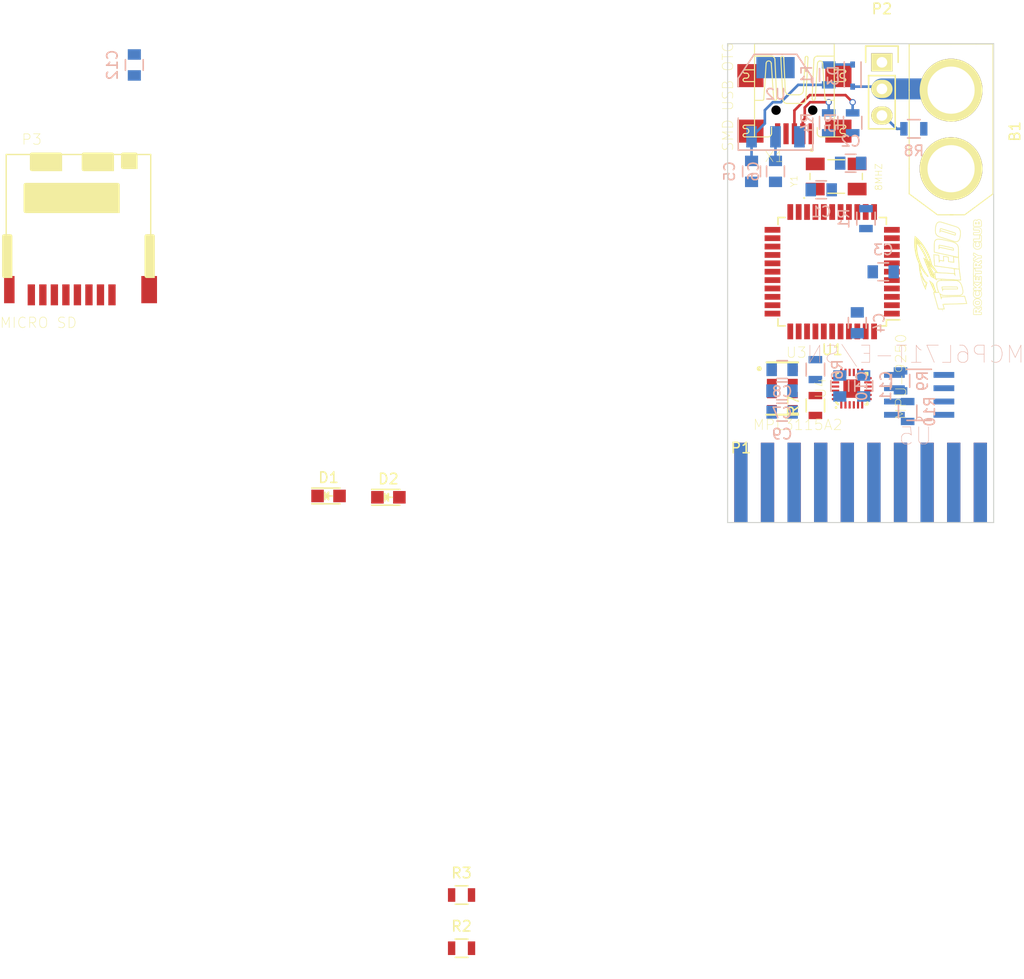
<source format=kicad_pcb>
(kicad_pcb (version 4) (host pcbnew 4.0.4+e1-6308~48~ubuntu16.04.1-stable)
  (layers (0 F.Cu signal) (31 B.Cu signal) (34 B.Paste user) (35 F.Paste user) (36 B.SilkS user) (37 F.SilkS user) (38 B.Mask user) (39 F.Mask user) (44 Edge.Cuts user))
  (net 0 "")
  (net 1 GND)
  (net 2 VCC)
  (net 3 "Net-(C1-Pad1)")
  (net 4 "Net-(C2-Pad1)")
  (net 5 "Net-(C3-Pad1)")
  (net 6 "Net-(C4-Pad1)")
  (net 7 VDD)
  (net 8 "Net-(C7-Pad1)")
  (net 9 "Net-(C11-Pad1)")
  (net 10 VCC_V_LED)
  (net 11 MCU_LED)
  (net 12 E1)
  (net 13 E2)
  (net 14 E3)
  (net 15 E4)
  (net 16 E5)
  (net 17 E6)
  (net 18 E7)
  (net 19 TX)
  (net 20 E9)
  (net 21 E10)
  (net 22 SCL)
  (net 23 SDA)
  (net 24 E8)
  (net 25 RX)
  (net 26 MOSI)
  (net 27 SCK)
  (net 28 RST)
  (net 29 MISO)
  (net 30 SERVO_PWM)
  (net 31 SERVO_S_V)
  (net 32 "Net-(P3-Pad8)")
  (net 33 SD_CS)
  (net 34 "Net-(P3-Pad1)")
  (net 35 VCC_V)
  (net 36 "Net-(R4-Pad1)")
  (net 37 USB_D-)
  (net 38 "Net-(R5-Pad1)")
  (net 39 USB_D+)
  (net 40 "Net-(R10-Pad2)")
  (net 41 SERVO_S_V_A)
  (net 42 "Net-(U1-Pad1)")
  (net 43 "Net-(U1-Pad12)")
  (net 44 "Net-(U1-Pad22)")
  (net 45 "Net-(U1-Pad25)")
  (net 46 "Net-(U1-Pad26)")
  (net 47 "Net-(U1-Pad27)")
  (net 48 "Net-(U1-Pad31)")
  (net 49 "Net-(U1-Pad32)")
  (net 50 "Net-(U3-Pad5)")
  (net 51 "Net-(U3-Pad6)")
  (net 52 "Net-(U4-Pad1)")
  (net 53 "Net-(U4-Pad7)")
  (net 54 "Net-(U4-Pad11)")
  (net 55 "Net-(U4-Pad12)")
  (net 56 "Net-(U4-Pad19)")
  (net 57 "Net-(U4-Pad20)")
  (net 58 "Net-(U4-Pad21)")
  (net 59 "Net-(U4-Pad25)")
  (net 60 "Net-(U5-Pad1)")
  (net 61 "Net-(U5-Pad5)")
  (net 62 "Net-(U5-Pad8)")
  (net 63 "Net-(X1-PadM1)")
  (net 64 "Net-(X1-Pad4)")
  (net 65 "Net-(C5-Pad1)")
  (net 66 VCC_USB)
  (module Resistors_SMD:R_0805 (layer B.Cu) (at 164.592 51.242 270)
    (fp_text reference F1 (at 0 2.1 270) (layer B.SilkS) (effects (justify mirror)))
    (fp_text value FUSE)
    (pad 1 smd rect (at -0.95 0 270) (size 0.7 1.3) (layers B.Cu B.Paste B.Mask) (net 66 VCC_USB))
    (pad 2 smd rect (at 0.95 0 270) (size 0.7 1.3) (layers B.Cu B.Paste B.Mask) (net 65 "Net-(C5-Pad1)"))
  )
  (module "UT ROCKETRY MOD:XT60" (layer F.Cu) (at 176.276 60.198 90)
    (fp_text reference B1 (at 3.556 6.096 90) (layer F.SilkS))
    (fp_text value CONN_01X02)
    (pad 2 thru_hole circle (at 0 0 90) (size 6 6) (drill 4.5) (layers *.Cu *.Mask F.SilkS) (net 1 GND))
    (pad 1 thru_hole circle (at 7.5 0 90) (size 6 6) (drill 4.5) (layers *.Cu *.Mask F.SilkS) (net 2 VCC))
  )
  (module Capacitors_SMD:C_0805 (layer B.Cu) (at 163.877859 62.210745)
    (fp_text reference C1 (at 0 2.1) (layer B.SilkS) (effects (justify mirror)))
    (fp_text value 33pF)
    (pad 1 smd rect (at -1 0) (size 1 1.25) (layers B.Cu B.Paste B.Mask) (net 3 "Net-(C1-Pad1)"))
    (pad 2 smd rect (at 1 0) (size 1 1.25) (layers B.Cu B.Paste B.Mask) (net 1 GND))
  )
  (module Capacitors_SMD:C_0805 (layer B.Cu) (at 166.687859 59.670745 180)
    (fp_text reference C2 (at 0 2.1 180) (layer B.SilkS) (effects (justify mirror)))
    (fp_text value 33pF)
    (pad 1 smd rect (at -1 0 180) (size 1 1.25) (layers B.Cu B.Paste B.Mask) (net 4 "Net-(C2-Pad1)"))
    (pad 2 smd rect (at 1 0 180) (size 1 1.25) (layers B.Cu B.Paste B.Mask) (net 1 GND))
  )
  (module Capacitors_SMD:C_0805 (layer B.Cu) (at 169.799 70.0405 180)
    (fp_text reference C3 (at 0 2.1 180) (layer B.SilkS) (effects (justify mirror)))
    (fp_text value 1uF)
    (pad 1 smd rect (at -1 0 180) (size 1 1.25) (layers B.Cu B.Paste B.Mask) (net 5 "Net-(C3-Pad1)"))
    (pad 2 smd rect (at 1 0 180) (size 1 1.25) (layers B.Cu B.Paste B.Mask) (net 1 GND))
  )
  (module Capacitors_SMD:C_0805 (layer B.Cu) (at 167.3225 74.914 90)
    (fp_text reference C4 (at 0 2.1 90) (layer B.SilkS) (effects (justify mirror)))
    (fp_text value .1uF)
    (pad 1 smd rect (at -1 0 90) (size 1 1.25) (layers B.Cu B.Paste B.Mask) (net 6 "Net-(C4-Pad1)"))
    (pad 2 smd rect (at 1 0 90) (size 1 1.25) (layers B.Cu B.Paste B.Mask) (net 1 GND))
  )
  (module Capacitors_SMD:C_0805 (layer B.Cu) (at 157.226 60.452 270)
    (fp_text reference C5 (at 0 2.1 270) (layer B.SilkS) (effects (justify mirror)))
    (fp_text value 10uF)
    (pad 1 smd rect (at -1 0 270) (size 1 1.25) (layers B.Cu B.Paste B.Mask) (net 65 "Net-(C5-Pad1)"))
    (pad 2 smd rect (at 1 0 270) (size 1 1.25) (layers B.Cu B.Paste B.Mask) (net 1 GND))
  )
  (module Capacitors_SMD:C_0805 (layer B.Cu) (at 159.512 60.452 270)
    (fp_text reference C6 (at 0 2.1 270) (layer B.SilkS) (effects (justify mirror)))
    (fp_text value 22uF)
    (pad 1 smd rect (at -1 0 270) (size 1 1.25) (layers B.Cu B.Paste B.Mask) (net 7 VDD))
    (pad 2 smd rect (at 1 0 270) (size 1 1.25) (layers B.Cu B.Paste B.Mask) (net 1 GND))
  )
  (module Capacitors_SMD:C_0805 (layer B.Cu) (at 160.131 81.407)
    (fp_text reference C7 (at 0 2.1) (layer B.SilkS) (effects (justify mirror)))
    (fp_text value .1uF)
    (pad 1 smd rect (at -1 0) (size 1 1.25) (layers B.Cu B.Paste B.Mask) (net 8 "Net-(C7-Pad1)"))
    (pad 2 smd rect (at 1 0) (size 1 1.25) (layers B.Cu B.Paste B.Mask) (net 1 GND))
  )
  (module Capacitors_SMD:C_0805 (layer B.Cu) (at 160.147 79.375)
    (fp_text reference C8 (at 0 2.1) (layer B.SilkS) (effects (justify mirror)))
    (fp_text value .1uF)
    (pad 1 smd rect (at -1 0) (size 1 1.25) (layers B.Cu B.Paste B.Mask) (net 7 VDD))
    (pad 2 smd rect (at 1 0) (size 1 1.25) (layers B.Cu B.Paste B.Mask) (net 1 GND))
  )
  (module Capacitors_SMD:C_0805 (layer B.Cu) (at 160.147 83.439)
    (fp_text reference C9 (at 0 2.1) (layer B.SilkS) (effects (justify mirror)))
    (fp_text value 10uF)
    (pad 1 smd rect (at -1 0) (size 1 1.25) (layers B.Cu B.Paste B.Mask) (net 7 VDD))
    (pad 2 smd rect (at 1 0) (size 1 1.25) (layers B.Cu B.Paste B.Mask) (net 1 GND))
  )
  (module Capacitors_SMD:C_0805 (layer B.Cu) (at 165.649773 80.940911 90)
    (fp_text reference C10 (at 0 2.1 90) (layer B.SilkS) (effects (justify mirror)))
    (fp_text value .1uF)
    (pad 1 smd rect (at -1 0 90) (size 1 1.25) (layers B.Cu B.Paste B.Mask) (net 7 VDD))
    (pad 2 smd rect (at 1 0 90) (size 1 1.25) (layers B.Cu B.Paste B.Mask) (net 1 GND))
  )
  (module Capacitors_SMD:C_0805 (layer B.Cu) (at 167.935773 80.940911 90)
    (fp_text reference C11 (at 0 2.1 90) (layer B.SilkS) (effects (justify mirror)))
    (fp_text value .1uF)
    (pad 1 smd rect (at -1 0 90) (size 1 1.25) (layers B.Cu B.Paste B.Mask) (net 9 "Net-(C11-Pad1)"))
    (pad 2 smd rect (at 1 0 90) (size 1 1.25) (layers B.Cu B.Paste B.Mask) (net 1 GND))
  )
  (module Capacitors_SMD:C_0805 (layer B.Cu) (at 98.298 50.292 270)
    (fp_text reference C12 (at 0 2.1 270) (layer B.SilkS) (effects (justify mirror)))
    (fp_text value .1uF)
    (pad 1 smd rect (at -1 0 270) (size 1 1.25) (layers B.Cu B.Paste B.Mask) (net 7 VDD))
    (pad 2 smd rect (at 1 0 270) (size 1 1.25) (layers B.Cu B.Paste B.Mask) (net 1 GND))
  )
  (module LEDs:LED_0805 (layer F.Cu) (at 116.84 91.44)
    (fp_text reference D1 (at 0 -1.75) (layer F.SilkS))
    (fp_text value LED_BLUE)
    (pad 2 smd rect (at 1.04902 0 180) (size 1.19888 1.19888) (layers F.Cu F.Paste F.Mask) (net 1 GND))
    (pad 1 smd rect (at -1.04902 0 180) (size 1.19888 1.19888) (layers F.Cu F.Paste F.Mask) (net 10 VCC_V_LED))
  )
  (module LEDs:LED_0805 (layer F.Cu) (at 122.555 91.567)
    (fp_text reference D2 (at 0 -1.75) (layer F.SilkS))
    (fp_text value LED_BLUE)
    (pad 2 smd rect (at 1.04902 0 180) (size 1.19888 1.19888) (layers F.Cu F.Paste F.Mask) (net 1 GND))
    (pad 1 smd rect (at -1.04902 0 180) (size 1.19888 1.19888) (layers F.Cu F.Paste F.Mask) (net 11 MCU_LED))
  )
  (module "UT ROCKETRY MOD:Card Edge 2x10" (layer F.Cu) (at 156.21 86.36)
    (fp_text reference P1 (at 0 0.5) (layer F.SilkS))
    (fp_text value CONN_02X10)
    (pad 11 connect rect (at 0 3.81) (size 1.27 7.62) (layers B.Cu B.Mask) (net 12 E1))
    (pad 12 connect rect (at 2.54 3.81) (size 1.27 7.62) (layers B.Cu B.Mask) (net 13 E2))
    (pad 13 connect rect (at 5.08 3.81) (size 1.27 7.62) (layers B.Cu B.Mask) (net 14 E3))
    (pad 14 connect rect (at 7.62 3.81) (size 1.27 7.62) (layers B.Cu B.Mask) (net 15 E4))
    (pad 15 connect rect (at 10.16 3.81) (size 1.27 7.62) (layers B.Cu B.Mask) (net 16 E5))
    (pad 16 connect rect (at 12.7 3.81) (size 1.27 7.62) (layers B.Cu B.Mask) (net 17 E6))
    (pad 17 connect rect (at 15.24 3.81) (size 1.27 7.62) (layers B.Cu B.Mask) (net 18 E7))
    (pad 8 connect rect (at 17.78 3.81) (size 1.27 7.62) (layers F.Cu F.Mask) (net 19 TX))
    (pad 19 connect rect (at 20.32 3.81) (size 1.27 7.62) (layers B.Cu B.Mask) (net 20 E9))
    (pad 20 connect rect (at 22.86 3.81) (size 1.27 7.62) (layers *.Mask B.Cu) (net 21 E10))
    (pad 10 connect rect (at 22.86 3.81) (size 1.27 7.62) (layers F.Cu F.Mask) (net 22 SCL))
    (pad 9 connect rect (at 20.32 3.81) (size 1.27 7.62) (layers F.Cu F.Mask) (net 23 SDA))
    (pad 18 connect rect (at 17.78 3.81) (size 1.27 7.62) (layers B.Cu B.Mask) (net 24 E8))
    (pad 7 connect rect (at 15.24 3.81) (size 1.27 7.62) (layers F.Cu F.Mask) (net 25 RX))
    (pad 6 connect rect (at 12.7 3.81) (size 1.27 7.62) (layers F.Cu F.Mask) (net 26 MOSI))
    (pad 5 connect rect (at 10.16 3.81) (size 1.27 7.62) (layers F.Cu F.Mask) (net 27 SCK))
    (pad 4 connect rect (at 7.62 3.81) (size 1.27 7.62) (layers F.Cu F.Mask) (net 28 RST))
    (pad 3 connect rect (at 5.08 3.81) (size 1.27 7.62) (layers F.Cu F.Mask) (net 29 MISO))
    (pad 2 connect rect (at 2.54 3.81) (size 1.27 7.62) (layers F.Cu F.Mask) (net 1 GND))
    (pad 1 connect rect (at 0 3.81) (size 1.27 7.62) (layers F.Cu F.Mask) (net 7 VDD))
  )
  (module Pin_Headers:Pin_Header_Straight_1x03 (layer F.Cu) (at 169.672 50.038)
    (fp_text reference P2 (at 0 -5.1) (layer F.SilkS))
    (fp_text value SERVO)
    (pad 1 thru_hole rect (at 0 0) (size 2.032 1.7272) (drill 1.016) (layers *.Cu *.Mask F.SilkS) (net 30 SERVO_PWM))
    (pad 2 thru_hole oval (at 0 2.54) (size 2.032 1.7272) (drill 1.016) (layers *.Cu *.Mask F.SilkS) (net 2 VCC))
    (pad 3 thru_hole oval (at 0 5.08) (size 2.032 1.7272) (drill 1.016) (layers *.Cu *.Mask F.SilkS) (net 31 SERVO_S_V))
  )
  (module "UT ROCKETRY MOD:HRS_DM3CS-SF" (layer F.Cu) (at 92.964 66.04)
    (fp_text reference P3 (at -4.46 -8.635) (layer F.SilkS) (effects (font (thickness 0.05))))
    (fp_text value "MICRO SD" (at -3.825 8.865) (layer F.SilkS) (effects (font (thickness 0.05))))
    (pad 8 smd rect (at -4.5 6.2) (size 0.7 2) (layers F.Cu F.Paste F.Mask) (net 32 "Net-(P3-Pad8)"))
    (pad 7 smd rect (at -3.4 6.2) (size 0.7 2) (layers F.Cu F.Paste F.Mask) (net 29 MISO))
    (pad 6 smd rect (at -2.3 6.2) (size 0.7 2) (layers F.Cu F.Paste F.Mask) (net 1 GND))
    (pad 5 smd rect (at -1.2 6.2) (size 0.7 2) (layers F.Cu F.Paste F.Mask) (net 27 SCK))
    (pad 4 smd rect (at -0.1 6.2) (size 0.7 2) (layers F.Cu F.Paste F.Mask) (net 7 VDD))
    (pad 3 smd rect (at 1 6.2) (size 0.7 2) (layers F.Cu F.Paste F.Mask) (net 26 MOSI))
    (pad 2 smd rect (at 2.1 6.2) (size 0.7 2) (layers F.Cu F.Paste F.Mask) (net 33 SD_CS))
    (pad 1 smd rect (at 3.2 6.2) (size 0.7 2) (layers F.Cu F.Paste F.Mask) (net 34 "Net-(P3-Pad1)"))
    (pad PAD. smd rect (at -6.6 5.7) (size 1 2.6) (layers F.Cu F.Paste F.Mask))
    (pad PAD smd rect (at 6.75 5.7) (size 1.5 2.6) (layers F.Cu F.Paste F.Mask))
  )
  (module Resistors_SMD:R_0805 (layer B.Cu) (at 168.148 64.9605 270)
    (fp_text reference R1 (at 0 2.1 270) (layer B.SilkS) (effects (justify mirror)))
    (fp_text value 10K)
    (pad 1 smd rect (at -0.95 0 270) (size 0.7 1.3) (layers B.Cu B.Paste B.Mask) (net 28 RST))
    (pad 2 smd rect (at 0.95 0 270) (size 0.7 1.3) (layers B.Cu B.Paste B.Mask) (net 7 VDD))
  )
  (module Resistors_SMD:R_0805 (layer F.Cu) (at 129.54 134.62)
    (fp_text reference R2 (at 0 -2.1) (layer F.SilkS))
    (fp_text value 3K)
    (pad 1 smd rect (at -0.95 0) (size 0.7 1.3) (layers F.Cu F.Paste F.Mask) (net 2 VCC))
    (pad 2 smd rect (at 0.95 0) (size 0.7 1.3) (layers F.Cu F.Paste F.Mask) (net 35 VCC_V))
  )
  (module Resistors_SMD:R_0805 (layer F.Cu) (at 129.54 129.54)
    (fp_text reference R3 (at 0 -2.1) (layer F.SilkS))
    (fp_text value 1K)
    (pad 1 smd rect (at -0.95 0) (size 0.7 1.3) (layers F.Cu F.Paste F.Mask) (net 35 VCC_V))
    (pad 2 smd rect (at 0.95 0) (size 0.7 1.3) (layers F.Cu F.Paste F.Mask) (net 1 GND))
  )
  (module Resistors_SMD:R_0805 (layer B.Cu) (at 164.592 55.814 270)
    (fp_text reference R4 (at 0 2.1 270) (layer B.SilkS) (effects (justify mirror)))
    (fp_text value 22)
    (pad 1 smd rect (at -0.95 0 270) (size 0.7 1.3) (layers B.Cu B.Paste B.Mask) (net 36 "Net-(R4-Pad1)"))
    (pad 2 smd rect (at 0.95 0 270) (size 0.7 1.3) (layers B.Cu B.Paste B.Mask) (net 37 USB_D-))
  )
  (module Resistors_SMD:R_0805 (layer B.Cu) (at 166.878 55.814 270)
    (fp_text reference R5 (at 0 2.1 270) (layer B.SilkS) (effects (justify mirror)))
    (fp_text value 22)
    (pad 1 smd rect (at -0.95 0 270) (size 0.7 1.3) (layers B.Cu B.Paste B.Mask) (net 38 "Net-(R5-Pad1)"))
    (pad 2 smd rect (at 0.95 0 270) (size 0.7 1.3) (layers B.Cu B.Paste B.Mask) (net 39 USB_D+))
  )
  (module Resistors_SMD:R_0805 (layer B.Cu) (at 163.322 79.375 90)
    (fp_text reference R6 (at 0 2.1 90) (layer B.SilkS) (effects (justify mirror)))
    (fp_text value 10K)
    (pad 1 smd rect (at -0.95 0 90) (size 0.7 1.3) (layers B.Cu B.Paste B.Mask) (net 7 VDD))
    (pad 2 smd rect (at 0.95 0 90) (size 0.7 1.3) (layers B.Cu B.Paste B.Mask) (net 22 SCL))
  )
  (module Resistors_SMD:R_0805 (layer F.Cu) (at 163.322 82.804 90)
    (fp_text reference R7 (at 0 -2.1 90) (layer F.SilkS))
    (fp_text value 10K)
    (pad 1 smd rect (at -0.95 0 90) (size 0.7 1.3) (layers F.Cu F.Paste F.Mask) (net 7 VDD))
    (pad 2 smd rect (at 0.95 0 90) (size 0.7 1.3) (layers F.Cu F.Paste F.Mask) (net 23 SDA))
  )
  (module Resistors_SMD:R_0805 (layer B.Cu) (at 172.72 56.388)
    (fp_text reference R8 (at 0 2.1) (layer B.SilkS) (effects (justify mirror)))
    (fp_text value .01)
    (pad 1 smd rect (at -0.95 0) (size 0.7 1.3) (layers B.Cu B.Paste B.Mask) (net 31 SERVO_S_V))
    (pad 2 smd rect (at 0.95 0) (size 0.7 1.3) (layers B.Cu B.Paste B.Mask) (net 1 GND))
  )
  (module Resistors_SMD:R_0805 (layer B.Cu) (at 171.45 80.452 90)
    (fp_text reference R9 (at 0 2.1 90) (layer B.SilkS) (effects (justify mirror)))
    (fp_text value 200)
    (pad 1 smd rect (at -0.95 0 90) (size 0.7 1.3) (layers B.Cu B.Paste B.Mask) (net 40 "Net-(R10-Pad2)"))
    (pad 2 smd rect (at 0.95 0 90) (size 0.7 1.3) (layers B.Cu B.Paste B.Mask) (net 1 GND))
  )
  (module Resistors_SMD:R_0805 (layer B.Cu) (at 172.128714 83.377602 90)
    (fp_text reference R10 (at 0 2.1 90) (layer B.SilkS) (effects (justify mirror)))
    (fp_text value 13K)
    (pad 1 smd rect (at -0.95 0 90) (size 0.7 1.3) (layers B.Cu B.Paste B.Mask) (net 41 SERVO_S_V_A))
    (pad 2 smd rect (at 0.95 0 90) (size 0.7 1.3) (layers B.Cu B.Paste B.Mask) (net 40 "Net-(R10-Pad2)"))
  )
  (module Housings_QFP:TQFP-44_10x10mm_Pitch0.8mm (layer F.Cu) (at 164.924294 70.030512 180)
    (fp_text reference U1 (at 0 -7.45 180) (layer F.SilkS))
    (fp_text value ATmega32U4)
    (pad 1 smd rect (at -5.7 -4 180) (size 1.5 0.55) (layers F.Cu F.Paste F.Mask) (net 42 "Net-(U1-Pad1)"))
    (pad 2 smd rect (at -5.7 -3.2 180) (size 1.5 0.55) (layers F.Cu F.Paste F.Mask) (net 7 VDD))
    (pad 3 smd rect (at -5.7 -2.4 180) (size 1.5 0.55) (layers F.Cu F.Paste F.Mask) (net 37 USB_D-))
    (pad 4 smd rect (at -5.7 -1.6 180) (size 1.5 0.55) (layers F.Cu F.Paste F.Mask) (net 39 USB_D+))
    (pad 5 smd rect (at -5.7 -0.8 180) (size 1.5 0.55) (layers F.Cu F.Paste F.Mask) (net 1 GND))
    (pad 6 smd rect (at -5.7 0 180) (size 1.5 0.55) (layers F.Cu F.Paste F.Mask) (net 5 "Net-(C3-Pad1)"))
    (pad 7 smd rect (at -5.7 0.8 180) (size 1.5 0.55) (layers F.Cu F.Paste F.Mask) (net 7 VDD))
    (pad 8 smd rect (at -5.7 1.6 180) (size 1.5 0.55) (layers F.Cu F.Paste F.Mask) (net 33 SD_CS))
    (pad 9 smd rect (at -5.7 2.4 180) (size 1.5 0.55) (layers F.Cu F.Paste F.Mask) (net 27 SCK))
    (pad 10 smd rect (at -5.7 3.2 180) (size 1.5 0.55) (layers F.Cu F.Paste F.Mask) (net 26 MOSI))
    (pad 11 smd rect (at -5.7 4 180) (size 1.5 0.55) (layers F.Cu F.Paste F.Mask) (net 29 MISO))
    (pad 12 smd rect (at -4 5.7 270) (size 1.5 0.55) (layers F.Cu F.Paste F.Mask) (net 43 "Net-(U1-Pad12)"))
    (pad 13 smd rect (at -3.2 5.7 270) (size 1.5 0.55) (layers F.Cu F.Paste F.Mask) (net 28 RST))
    (pad 14 smd rect (at -2.4 5.7 270) (size 1.5 0.55) (layers F.Cu F.Paste F.Mask) (net 7 VDD))
    (pad 15 smd rect (at -1.6 5.7 270) (size 1.5 0.55) (layers F.Cu F.Paste F.Mask) (net 1 GND))
    (pad 16 smd rect (at -0.8 5.7 270) (size 1.5 0.55) (layers F.Cu F.Paste F.Mask) (net 4 "Net-(C2-Pad1)"))
    (pad 17 smd rect (at 0 5.7 270) (size 1.5 0.55) (layers F.Cu F.Paste F.Mask) (net 3 "Net-(C1-Pad1)"))
    (pad 18 smd rect (at 0.8 5.7 270) (size 1.5 0.55) (layers F.Cu F.Paste F.Mask) (net 22 SCL))
    (pad 19 smd rect (at 1.6 5.7 270) (size 1.5 0.55) (layers F.Cu F.Paste F.Mask) (net 23 SDA))
    (pad 20 smd rect (at 2.4 5.7 270) (size 1.5 0.55) (layers F.Cu F.Paste F.Mask) (net 25 RX))
    (pad 21 smd rect (at 3.2 5.7 270) (size 1.5 0.55) (layers F.Cu F.Paste F.Mask) (net 19 TX))
    (pad 22 smd rect (at 4 5.7 270) (size 1.5 0.55) (layers F.Cu F.Paste F.Mask) (net 44 "Net-(U1-Pad22)"))
    (pad 23 smd rect (at 5.7 4 180) (size 1.5 0.55) (layers F.Cu F.Paste F.Mask) (net 1 GND))
    (pad 24 smd rect (at 5.7 3.2 180) (size 1.5 0.55) (layers F.Cu F.Paste F.Mask) (net 7 VDD))
    (pad 25 smd rect (at 5.7 2.4 180) (size 1.5 0.55) (layers F.Cu F.Paste F.Mask) (net 45 "Net-(U1-Pad25)"))
    (pad 26 smd rect (at 5.7 1.6 180) (size 1.5 0.55) (layers F.Cu F.Paste F.Mask) (net 46 "Net-(U1-Pad26)"))
    (pad 27 smd rect (at 5.7 0.8 180) (size 1.5 0.55) (layers F.Cu F.Paste F.Mask) (net 47 "Net-(U1-Pad27)"))
    (pad 28 smd rect (at 5.7 0 180) (size 1.5 0.55) (layers F.Cu F.Paste F.Mask) (net 30 SERVO_PWM))
    (pad 29 smd rect (at 5.7 -0.8 180) (size 1.5 0.55) (layers F.Cu F.Paste F.Mask) (net 10 VCC_V_LED))
    (pad 30 smd rect (at 5.7 -1.6 180) (size 1.5 0.55) (layers F.Cu F.Paste F.Mask) (net 11 MCU_LED))
    (pad 31 smd rect (at 5.7 -2.4 180) (size 1.5 0.55) (layers F.Cu F.Paste F.Mask) (net 48 "Net-(U1-Pad31)"))
    (pad 32 smd rect (at 5.7 -3.2 180) (size 1.5 0.55) (layers F.Cu F.Paste F.Mask) (net 49 "Net-(U1-Pad32)"))
    (pad 33 smd rect (at 5.7 -4 180) (size 1.5 0.55) (layers F.Cu F.Paste F.Mask) (net 1 GND))
    (pad 34 smd rect (at 4 -5.7 270) (size 1.5 0.55) (layers F.Cu F.Paste F.Mask) (net 7 VDD))
    (pad 35 smd rect (at 3.2 -5.7 270) (size 1.5 0.55) (layers F.Cu F.Paste F.Mask) (net 1 GND))
    (pad 36 smd rect (at 2.4 -5.7 270) (size 1.5 0.55) (layers F.Cu F.Paste F.Mask) (net 41 SERVO_S_V_A))
    (pad 37 smd rect (at 1.6 -5.7 270) (size 1.5 0.55) (layers F.Cu F.Paste F.Mask) (net 35 VCC_V))
    (pad 38 smd rect (at 0.8 -5.7 270) (size 1.5 0.55) (layers F.Cu F.Paste F.Mask) (net 15 E4))
    (pad 39 smd rect (at 0 -5.7 270) (size 1.5 0.55) (layers F.Cu F.Paste F.Mask) (net 14 E3))
    (pad 40 smd rect (at -0.8 -5.7 270) (size 1.5 0.55) (layers F.Cu F.Paste F.Mask) (net 13 E2))
    (pad 41 smd rect (at -1.6 -5.7 270) (size 1.5 0.55) (layers F.Cu F.Paste F.Mask) (net 12 E1))
    (pad 42 smd rect (at -2.4 -5.7 270) (size 1.5 0.55) (layers F.Cu F.Paste F.Mask) (net 6 "Net-(C4-Pad1)"))
    (pad 43 smd rect (at -3.2 -5.7 270) (size 1.5 0.55) (layers F.Cu F.Paste F.Mask) (net 1 GND))
    (pad 44 smd rect (at -4 -5.7 270) (size 1.5 0.55) (layers F.Cu F.Paste F.Mask) (net 7 VDD))
  )
  (module TO_SOT_Packages_SMD:SOT-223 (layer B.Cu) (at 159.512 53.848 180)
    (fp_text reference U2 (at 0 0.762 180) (layer B.SilkS) (effects (justify mirror)))
    (fp_text value AZ1117)
    (pad 4 smd rect (at 0 3.302 180) (size 3.6576 2.032) (layers B.Cu B.Paste B.Mask))
    (pad 2 smd rect (at 0 -3.302 180) (size 1.016 2.032) (layers B.Cu B.Paste B.Mask) (net 7 VDD))
    (pad 3 smd rect (at 2.286 -3.302 180) (size 1.016 2.032) (layers B.Cu B.Paste B.Mask) (net 65 "Net-(C5-Pad1)"))
    (pad 1 smd rect (at -2.286 -3.302 180) (size 1.016 2.032) (layers B.Cu B.Paste B.Mask) (net 1 GND))
  )
  (module "UT ROCKETRY MOD:PSON125P300X500X120-8N" (layer F.Cu) (at 160.163 81.183)
    (fp_text reference U3 (at 1.34 -3.435) (layer F.SilkS) (effects (font (thickness 0.05))))
    (fp_text value MPL3115A2 (at 1.475 3.465) (layer F.SilkS) (effects (font (thickness 0.05))))
    (pad 1 smd rect (at -1 -1.875) (size 0.95 0.6) (layers F.Cu F.Paste F.Mask) (net 7 VDD))
    (pad 2 smd rect (at -1 -0.625) (size 0.95 0.6) (layers F.Cu F.Paste F.Mask) (net 8 "Net-(C7-Pad1)"))
    (pad 3 smd rect (at -1 0.625) (size 0.95 0.6) (layers F.Cu F.Paste F.Mask) (net 1 GND))
    (pad 4 smd rect (at -1 1.875) (size 0.95 0.6) (layers F.Cu F.Paste F.Mask) (net 7 VDD))
    (pad 5 smd rect (at 1 1.875) (size 0.95 0.6) (layers F.Cu F.Paste F.Mask) (net 50 "Net-(U3-Pad5)"))
    (pad 6 smd rect (at 1 0.625) (size 0.95 0.6) (layers F.Cu F.Paste F.Mask) (net 51 "Net-(U3-Pad6)"))
    (pad 7 smd rect (at 1 -0.625) (size 0.95 0.6) (layers F.Cu F.Paste F.Mask) (net 23 SDA))
    (pad 8 smd rect (at 1 -1.875) (size 0.95 0.6) (layers F.Cu F.Paste F.Mask) (net 22 SCL))
  )
  (module "UT ROCKETRY MOD:QFN40P300X300X105-25N" (layer F.Cu) (at 166.792773 81.194911 90)
    (fp_text reference U4 (at 0.04 -2.975 90) (layer F.SilkS) (effects (font (thickness 0.05))))
    (fp_text value MPU-9250 (at 1.143 4.699 90) (layer F.SilkS) (effects (font (thickness 0.05))))
    (pad 1 smd rect (at -1.55 -1 90) (size 0.7 0.2) (layers F.Cu F.Paste F.Mask) (net 52 "Net-(U4-Pad1)"))
    (pad 2 smd rect (at -1.55 -0.6 90) (size 0.7 0.2) (layers F.Cu F.Paste F.Mask))
    (pad 3 smd rect (at -1.55 -0.2 90) (size 0.7 0.2) (layers F.Cu F.Paste F.Mask))
    (pad 4 smd rect (at -1.55 0.2 90) (size 0.7 0.2) (layers F.Cu F.Paste F.Mask))
    (pad 5 smd rect (at -1.55 0.6 90) (size 0.7 0.2) (layers F.Cu F.Paste F.Mask))
    (pad 6 smd rect (at -1.55 1 90) (size 0.7 0.2) (layers F.Cu F.Paste F.Mask))
    (pad 7 smd rect (at -1 1.55 180) (size 0.7 0.2) (layers F.Cu F.Paste F.Mask) (net 53 "Net-(U4-Pad7)"))
    (pad 8 smd rect (at -0.6 1.55 180) (size 0.7 0.2) (layers F.Cu F.Paste F.Mask) (net 7 VDD))
    (pad 9 smd rect (at -0.2 1.55 180) (size 0.7 0.2) (layers F.Cu F.Paste F.Mask) (net 1 GND))
    (pad 10 smd rect (at 0.2 1.55 180) (size 0.7 0.2) (layers F.Cu F.Paste F.Mask) (net 9 "Net-(C11-Pad1)"))
    (pad 11 smd rect (at 0.6 1.55 180) (size 0.7 0.2) (layers F.Cu F.Paste F.Mask) (net 54 "Net-(U4-Pad11)"))
    (pad 12 smd rect (at 1 1.55 180) (size 0.7 0.2) (layers F.Cu F.Paste F.Mask) (net 55 "Net-(U4-Pad12)"))
    (pad 13 smd rect (at 1.55 1 270) (size 0.7 0.2) (layers F.Cu F.Paste F.Mask) (net 7 VDD))
    (pad 14 smd rect (at 1.55 0.6 270) (size 0.7 0.2) (layers F.Cu F.Paste F.Mask))
    (pad 15 smd rect (at 1.55 0.2 270) (size 0.7 0.2) (layers F.Cu F.Paste F.Mask))
    (pad 16 smd rect (at 1.55 -0.2 270) (size 0.7 0.2) (layers F.Cu F.Paste F.Mask))
    (pad 17 smd rect (at 1.55 -0.6 270) (size 0.7 0.2) (layers F.Cu F.Paste F.Mask))
    (pad 18 smd rect (at 1.55 -1 270) (size 0.7 0.2) (layers F.Cu F.Paste F.Mask) (net 1 GND))
    (pad 19 smd rect (at 1 -1.55) (size 0.7 0.2) (layers F.Cu F.Paste F.Mask) (net 56 "Net-(U4-Pad19)"))
    (pad 20 smd rect (at 0.6 -1.55) (size 0.7 0.2) (layers F.Cu F.Paste F.Mask) (net 57 "Net-(U4-Pad20)"))
    (pad 21 smd rect (at 0.2 -1.55) (size 0.7 0.2) (layers F.Cu F.Paste F.Mask) (net 58 "Net-(U4-Pad21)"))
    (pad 22 smd rect (at -0.2 -1.55) (size 0.7 0.2) (layers F.Cu F.Paste F.Mask) (net 7 VDD))
    (pad 23 smd rect (at -0.6 -1.55) (size 0.7 0.2) (layers F.Cu F.Paste F.Mask) (net 22 SCL))
    (pad 24 smd rect (at -1 -1.55) (size 0.7 0.2) (layers F.Cu F.Paste F.Mask) (net 23 SDA))
    (pad 25 smd rect (at 0 0 90) (size 1.75 1.6) (layers F.Cu F.Paste F.Mask) (net 59 "Net-(U4-Pad25)"))
  )
  (module "UT ROCKETRY MOD:SOIC127P600X175-8N" (layer B.Cu) (at 173.228 81.788)
    (fp_text reference U5 (at -0.3556 3.937) (layer B.SilkS) (effects (font (size 1.64 1.64) (thickness 0.05)) (justify mirror)))
    (fp_text value MCP6L71T-E/SN (at -0.3556 -3.8608) (layer B.SilkS) (effects (font (size 1.64 1.64) (thickness 0.05)) (justify mirror)))
    (pad 1 smd rect (at -2.3622 1.905) (size 1.9812 0.5588) (layers B.Cu B.Paste B.Mask) (net 60 "Net-(U5-Pad1)"))
    (pad 2 smd rect (at -2.3622 0.635) (size 1.9812 0.5588) (layers B.Cu B.Paste B.Mask) (net 40 "Net-(R10-Pad2)"))
    (pad 3 smd rect (at -2.3622 -0.635) (size 1.9812 0.5588) (layers B.Cu B.Paste B.Mask) (net 31 SERVO_S_V))
    (pad 4 smd rect (at -2.3622 -1.905) (size 1.9812 0.5588) (layers B.Cu B.Paste B.Mask) (net 1 GND))
    (pad 5 smd rect (at 2.3622 -1.905) (size 1.9812 0.5588) (layers B.Cu B.Paste B.Mask) (net 61 "Net-(U5-Pad5)"))
    (pad 6 smd rect (at 2.3622 -0.635) (size 1.9812 0.5588) (layers B.Cu B.Paste B.Mask) (net 41 SERVO_S_V_A))
    (pad 7 smd rect (at 2.3622 0.635) (size 1.9812 0.5588) (layers B.Cu B.Paste B.Mask) (net 7 VDD))
    (pad 8 smd rect (at 2.3622 1.905) (size 1.9812 0.5588) (layers B.Cu B.Paste B.Mask) (net 62 "Net-(U5-Pad8)"))
  )
  (module "UT ROCKETRY MOD:UX60-MB-5ST" (layer F.Cu) (at 161.318 57.15 180)
    (fp_text reference X1 (at 1.905 -1.905 180) (layer F.SilkS) (effects (font (thickness 0.05))))
    (fp_text value "SMD USB OTG" (at 6.35 3.81 270) (layer F.SilkS) (effects (font (thickness 0.05))))
    (pad M3 smd rect (at -4.2 0.54 270) (size 2.2 2.5) (layers F.Cu F.Paste F.Mask) (net 63 "Net-(X1-PadM1)"))
    (pad M4 smd rect (at 4.2 0.54 270) (size 2.2 2.5) (layers F.Cu F.Paste F.Mask) (net 63 "Net-(X1-PadM1)"))
    (pad M2 smd rect (at -4.2 5.84 270) (size 2.2 2.5) (layers F.Cu F.Paste F.Mask) (net 63 "Net-(X1-PadM1)"))
    (pad M1 smd rect (at 4.2 5.84 270) (size 2.2 2.5) (layers F.Cu F.Paste F.Mask) (net 63 "Net-(X1-PadM1)"))
    (pad 1 smd rect (at -1.6 0.29 270) (size 2 0.5) (layers F.Cu F.Paste F.Mask) (net 66 VCC_USB))
    (pad 2 smd rect (at -0.8 0.29 270) (size 2 0.5) (layers F.Cu F.Paste F.Mask) (net 36 "Net-(R4-Pad1)"))
    (pad 3 smd rect (at 0 0.29 270) (size 2 0.5) (layers F.Cu F.Paste F.Mask) (net 38 "Net-(R5-Pad1)"))
    (pad 4 smd rect (at 0.8 0.29 270) (size 2 0.5) (layers F.Cu F.Paste F.Mask) (net 64 "Net-(X1-Pad4)"))
    (pad 5 smd rect (at 1.6 0.29 270) (size 2 0.5) (layers F.Cu F.Paste F.Mask) (net 1 GND))
    (pad Hole np_thru_hole circle (at -1.75 2.54 180) (size 0.9 0.9) (drill 0.9) (layers))
    (pad Hole np_thru_hole circle (at 1.75 2.54 180) (size 0.9 0.9) (drill 0.9) (layers))
  )
  (module "UT ROCKETRY MOD:OSCSC500X320X110-4N" (layer F.Cu) (at 165.306859 60.940745 90)
    (fp_text reference Y1 (at -0.4544 -4.0264 90) (layer F.SilkS) (effects (font (size 0.64 0.64) (thickness 0.05))))
    (fp_text value 8MHZ (at -0.048 4.0636 90) (layer F.SilkS) (effects (font (size 0.64 0.64) (thickness 0.05))))
    (pad 4 smd rect (at 1.2 -2) (size 1.8 1.2) (layers F.Cu F.Paste F.Mask) (net 1 GND))
    (pad 3 smd rect (at 1.2 2) (size 1.8 1.2) (layers F.Cu F.Paste F.Mask) (net 4 "Net-(C2-Pad1)"))
    (pad 2 smd rect (at -1.2 2) (size 1.8 1.2) (layers F.Cu F.Paste F.Mask) (net 1 GND))
    (pad 1 smd rect (at -1.2 -2) (size 1.8 1.2) (layers F.Cu F.Paste F.Mask) (net 3 "Net-(C1-Pad1)"))
  )
  (module "UT ROCKETRY MOD:UT LOGO" (layer F.Cu) (at 176.53 69.596 90)
    (fp_text reference G*** hide)
    (fp_text value LOGO hide)
  )
  (module Diodes_SMD:SOD-323 (layer B.Cu) (at 166.878 51.308 270)
    (fp_text reference D3 (at 0 1.85 270) (layer B.SilkS) (effects (justify mirror)))
    (fp_text value Schottky)
    (pad 1 smd rect (at -1.055 0 270) (size 0.59 0.45) (layers B.Cu B.Paste B.Mask) (net 66 VCC_USB))
    (pad 2 smd rect (at 1.055 0 270) (size 0.59 0.45) (layers B.Cu B.Paste B.Mask) (net 2 VCC))
  )
  (gr_line (start 154.94 93.98) (end 154.94 48.26) (layer Edge.Cuts) (width 0.1))
  (gr_line (start 180.34 93.98) (end 154.94 93.98) (layer Edge.Cuts) (width 0.1))
  (gr_line (start 180.34 48.26) (end 180.34 93.98) (layer Edge.Cuts) (width 0.1))
  (gr_line (start 154.94 48.26) (end 180.34 48.26) (layer Edge.Cuts) (width 0.1))
  (segment (start 166.878 52.363) (end 169.457 52.363) (width 0.25) (layer B.Cu) (net 2))
  (segment (start 169.457 52.363) (end 169.672 52.578) (width 0.25) (layer B.Cu) (net 2))
  (segment (start 169.672 52.578) (end 176.156 52.578) (width 2) (layer B.Cu) (net 2))
  (segment (start 176.156 52.578) (end 176.276 52.698) (width 2) (layer B.Cu) (net 2))
  (segment (start 159.512 59.452) (end 159.512 57.15) (width 0.25) (layer B.Cu) (net 7))
  (segment (start 169.672 55.118) (end 169.8244 55.118) (width 0.25) (layer B.Cu) (net 31))
  (segment (start 169.8244 55.118) (end 171.0944 56.388) (width 0.25) (layer B.Cu) (net 31))
  (segment (start 171.0944 56.388) (end 171.17 56.388) (width 0.25) (layer B.Cu) (net 31))
  (segment (start 171.17 56.388) (end 171.77 56.388) (width 0.25) (layer B.Cu) (net 31))
  (segment (start 164.592 53.848) (end 164.592 54.864) (width 0.25) (layer B.Cu) (net 36))
  (segment (start 162.814 53.848) (end 164.592 53.848) (width 0.25) (layer F.Cu) (net 36))
  (via (at 164.592 53.848) (size 0.6) (drill 0.4) (layers F.Cu B.Cu) (net 36))
  (segment (start 162.306 54.356) (end 162.814 53.848) (width 0.25) (layer F.Cu) (net 36))
  (segment (start 162.306 55.422) (end 162.306 54.356) (width 0.25) (layer F.Cu) (net 36))
  (segment (start 162.118 56.86) (end 162.118 55.61) (width 0.25) (layer F.Cu) (net 36))
  (segment (start 162.118 55.61) (end 162.306 55.422) (width 0.25) (layer F.Cu) (net 36))
  (segment (start 166.878 53.848) (end 166.878 54.864) (width 0.25) (layer B.Cu) (net 38))
  (segment (start 162.56 53.39488) (end 162.781881 53.172999) (width 0.25) (layer F.Cu) (net 38))
  (segment (start 162.781881 53.172999) (end 166.202999 53.172999) (width 0.25) (layer F.Cu) (net 38))
  (segment (start 166.202999 53.172999) (end 166.878 53.848) (width 0.25) (layer F.Cu) (net 38))
  (via (at 166.878 53.848) (size 0.6) (drill 0.4) (layers F.Cu B.Cu) (net 38))
  (segment (start 161.318 56.86) (end 161.318 54.63688) (width 0.25) (layer F.Cu) (net 38))
  (segment (start 161.318 54.63688) (end 162.56 53.39488) (width 0.25) (layer F.Cu) (net 38))
  (segment (start 164.592 52.192) (end 161.676 52.192) (width 0.25) (layer B.Cu) (net 65))
  (segment (start 161.676 52.192) (end 160.02 53.848) (width 0.25) (layer B.Cu) (net 65))
  (segment (start 160.02 53.848) (end 159.258 53.848) (width 0.25) (layer B.Cu) (net 65))
  (segment (start 159.258 53.848) (end 158.496 54.61) (width 0.25) (layer B.Cu) (net 65))
  (segment (start 158.496 54.61) (end 158.496 55.88) (width 0.25) (layer B.Cu) (net 65))
  (segment (start 158.496 55.88) (end 157.226 57.15) (width 0.25) (layer B.Cu) (net 65))
  (segment (start 157.226 59.452) (end 157.226 57.15) (width 0.25) (layer B.Cu) (net 65))
  (segment (start 166.878 50.253) (end 164.631 50.253) (width 0.25) (layer B.Cu) (net 66))
  (segment (start 164.631 50.253) (end 164.592 50.292) (width 0.25) (layer B.Cu) (net 66))
)
</source>
